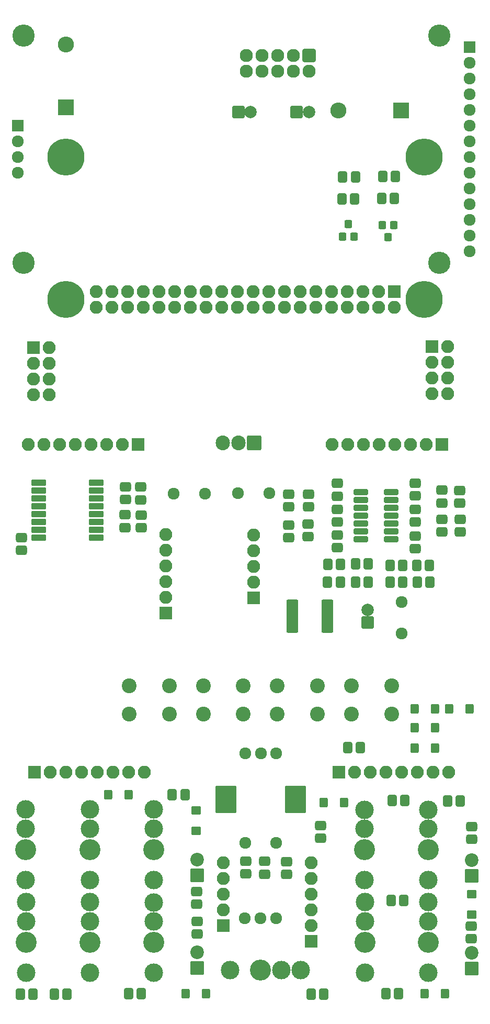
<source format=gbr>
%TF.GenerationSoftware,KiCad,Pcbnew,(5.99.0-9544-g366189b864)*%
%TF.CreationDate,2021-03-13T12:07:28+00:00*%
%TF.ProjectId,europi_main_v2,6575726f-7069-45f6-9d61-696e5f76322e,2.0*%
%TF.SameCoordinates,Original*%
%TF.FileFunction,Soldermask,Top*%
%TF.FilePolarity,Negative*%
%FSLAX46Y46*%
G04 Gerber Fmt 4.6, Leading zero omitted, Abs format (unit mm)*
G04 Created by KiCad (PCBNEW (5.99.0-9544-g366189b864)) date 2021-03-13 12:07:28*
%MOMM*%
%LPD*%
G01*
G04 APERTURE LIST*
G04 Aperture macros list*
%AMRoundRect*
0 Rectangle with rounded corners*
0 $1 Rounding radius*
0 $2 $3 $4 $5 $6 $7 $8 $9 X,Y pos of 4 corners*
0 Add a 4 corners polygon primitive as box body*
4,1,4,$2,$3,$4,$5,$6,$7,$8,$9,$2,$3,0*
0 Add four circle primitives for the rounded corners*
1,1,$1+$1,$2,$3*
1,1,$1+$1,$4,$5*
1,1,$1+$1,$6,$7*
1,1,$1+$1,$8,$9*
0 Add four rect primitives between the rounded corners*
20,1,$1+$1,$2,$3,$4,$5,0*
20,1,$1+$1,$4,$5,$6,$7,0*
20,1,$1+$1,$6,$7,$8,$9,0*
20,1,$1+$1,$8,$9,$2,$3,0*%
G04 Aperture macros list end*
%ADD10RoundRect,0.200000X-0.800000X-0.800000X0.800000X-0.800000X0.800000X0.800000X-0.800000X0.800000X0*%
%ADD11C,2.000000*%
%ADD12RoundRect,0.200000X0.800000X-0.800000X0.800000X0.800000X-0.800000X0.800000X-0.800000X-0.800000X0*%
%ADD13RoundRect,0.336957X0.563043X-0.438043X0.563043X0.438043X-0.563043X0.438043X-0.563043X-0.438043X0*%
%ADD14RoundRect,0.200000X1.100000X-1.100000X1.100000X1.100000X-1.100000X1.100000X-1.100000X-1.100000X0*%
%ADD15O,2.600000X2.600000*%
%ADD16RoundRect,0.200000X1.100000X1.100000X-1.100000X1.100000X-1.100000X-1.100000X1.100000X-1.100000X0*%
%ADD17RoundRect,0.200000X0.900000X-0.900000X0.900000X0.900000X-0.900000X0.900000X-0.900000X-0.900000X0*%
%ADD18C,2.200000*%
%ADD19RoundRect,0.200000X-0.450000X-0.600000X0.450000X-0.600000X0.450000X0.600000X-0.450000X0.600000X0*%
%ADD20RoundRect,0.200000X-0.600000X0.450000X-0.600000X-0.450000X0.600000X-0.450000X0.600000X0.450000X0*%
%ADD21RoundRect,0.200000X0.450000X0.600000X-0.450000X0.600000X-0.450000X-0.600000X0.450000X-0.600000X0*%
%ADD22RoundRect,0.200000X0.863600X0.863600X-0.863600X0.863600X-0.863600X-0.863600X0.863600X-0.863600X0*%
%ADD23O,2.127200X2.127200*%
%ADD24C,3.400000*%
%ADD25C,3.000000*%
%ADD26C,6.000000*%
%ADD27RoundRect,0.200000X-0.850000X0.850000X-0.850000X-0.850000X0.850000X-0.850000X0.850000X0.850000X0*%
%ADD28O,2.100000X2.100000*%
%ADD29RoundRect,0.200000X-0.400000X0.450000X-0.400000X-0.450000X0.400000X-0.450000X0.400000X0.450000X0*%
%ADD30RoundRect,0.200000X0.400000X-0.450000X0.400000X0.450000X-0.400000X0.450000X-0.400000X-0.450000X0*%
%ADD31RoundRect,0.336957X0.438043X0.563043X-0.438043X0.563043X-0.438043X-0.563043X0.438043X-0.563043X0*%
%ADD32RoundRect,0.336957X-0.438043X-0.563043X0.438043X-0.563043X0.438043X0.563043X-0.438043X0.563043X0*%
%ADD33RoundRect,0.336957X-0.563043X0.438043X-0.563043X-0.438043X0.563043X-0.438043X0.563043X0.438043X0*%
%ADD34C,1.924000*%
%ADD35RoundRect,0.200000X1.500000X2.000000X-1.500000X2.000000X-1.500000X-2.000000X1.500000X-2.000000X0*%
%ADD36C,2.400000*%
%ADD37RoundRect,0.250000X0.975000X0.250000X-0.975000X0.250000X-0.975000X-0.250000X0.975000X-0.250000X0*%
%ADD38RoundRect,0.200000X0.600000X-0.450000X0.600000X0.450000X-0.600000X0.450000X-0.600000X-0.450000X0*%
%ADD39RoundRect,0.250000X0.925000X0.250000X-0.925000X0.250000X-0.925000X-0.250000X0.925000X-0.250000X0*%
%ADD40RoundRect,0.200000X0.952500X1.000000X-0.952500X1.000000X-0.952500X-1.000000X0.952500X-1.000000X0*%
%ADD41O,2.305000X2.400000*%
%ADD42RoundRect,0.200000X-0.850000X-0.850000X0.850000X-0.850000X0.850000X0.850000X-0.850000X0.850000X0*%
%ADD43RoundRect,0.200000X0.737500X0.200000X-0.737500X0.200000X-0.737500X-0.200000X0.737500X-0.200000X0*%
%ADD44RoundRect,0.200000X0.850000X-0.850000X0.850000X0.850000X-0.850000X0.850000X-0.850000X-0.850000X0*%
%ADD45C,3.600000*%
%ADD46RoundRect,0.200000X0.762000X0.762000X-0.762000X0.762000X-0.762000X-0.762000X0.762000X-0.762000X0*%
G04 APERTURE END LIST*
D10*
%TO.C,C1*%
X62254888Y-33230000D03*
D11*
X64254888Y-33230000D03*
%TD*%
D10*
%TO.C,C2*%
X71700000Y-33230000D03*
D11*
X73700000Y-33230000D03*
%TD*%
D12*
%TO.C,C5*%
X83160000Y-115755113D03*
D11*
X83160000Y-113755113D03*
%TD*%
D13*
%TO.C,C11*%
X27150000Y-104125000D03*
X27150000Y-102075000D03*
%TD*%
D14*
%TO.C,D1*%
X34320000Y-32460000D03*
D15*
X34320000Y-22300000D03*
%TD*%
D16*
%TO.C,D2*%
X88580000Y-32940000D03*
D15*
X78420000Y-32940000D03*
%TD*%
D17*
%TO.C,D3*%
X55590000Y-156680000D03*
D18*
X55590000Y-154140000D03*
%TD*%
D17*
%TO.C,D4*%
X55590000Y-171680000D03*
D18*
X55590000Y-169140000D03*
%TD*%
D17*
%TO.C,D5*%
X100000000Y-156750000D03*
D18*
X100000000Y-154210000D03*
%TD*%
D17*
%TO.C,D6*%
X100000000Y-171750000D03*
D18*
X100000000Y-169210000D03*
%TD*%
D19*
%TO.C,D7*%
X90840000Y-136080000D03*
X94140000Y-136080000D03*
%TD*%
%TO.C,D8*%
X90850000Y-132750000D03*
X94150000Y-132750000D03*
%TD*%
%TO.C,D9*%
X90850000Y-129750000D03*
X94150000Y-129750000D03*
%TD*%
%TO.C,D10*%
X96370000Y-129780000D03*
X99670000Y-129780000D03*
%TD*%
%TO.C,D11*%
X41180000Y-143620000D03*
X44480000Y-143620000D03*
%TD*%
%TO.C,D12*%
X53700000Y-175780000D03*
X57000000Y-175780000D03*
%TD*%
D20*
%TO.C,D13*%
X100010000Y-159730000D03*
X100010000Y-163030000D03*
%TD*%
D21*
%TO.C,D14*%
X95700000Y-175820000D03*
X92400000Y-175820000D03*
%TD*%
D22*
%TO.C,Eurorack1*%
X73680000Y-24080000D03*
D23*
X73680000Y-26620000D03*
X71140000Y-24080000D03*
X71140000Y-26620000D03*
X68600000Y-24080000D03*
X68600000Y-26620000D03*
X66060000Y-24080000D03*
X66060000Y-26620000D03*
X63520000Y-24080000D03*
X63520000Y-26620000D03*
%TD*%
D24*
%TO.C,J1*%
X27850000Y-152500000D03*
D25*
X27850000Y-146020000D03*
X27850000Y-149120000D03*
X27850000Y-157420000D03*
%TD*%
D24*
%TO.C,J2*%
X38240000Y-152500000D03*
D25*
X38240000Y-146020000D03*
X38240000Y-149120000D03*
X38240000Y-157420000D03*
%TD*%
D24*
%TO.C,J3*%
X48580000Y-152500000D03*
D25*
X48580000Y-146020000D03*
X48580000Y-149120000D03*
X48580000Y-157420000D03*
%TD*%
D24*
%TO.C,J4*%
X48550000Y-167520000D03*
D25*
X48550000Y-161040000D03*
X48550000Y-164140000D03*
X48550000Y-172440000D03*
%TD*%
D24*
%TO.C,J5*%
X82670000Y-152530000D03*
D25*
X82670000Y-146050000D03*
X82670000Y-149150000D03*
X82670000Y-157450000D03*
%TD*%
D24*
%TO.C,J6*%
X82753200Y-167505900D03*
D25*
X82753200Y-161025900D03*
X82753200Y-164125900D03*
X82753200Y-172425900D03*
%TD*%
D24*
%TO.C,J7*%
X93000000Y-152530000D03*
D25*
X93000000Y-146050000D03*
X93000000Y-149150000D03*
X93000000Y-157450000D03*
%TD*%
D24*
%TO.C,J8*%
X93000000Y-167500000D03*
D25*
X93000000Y-161020000D03*
X93000000Y-164120000D03*
X93000000Y-172420000D03*
%TD*%
D26*
%TO.C,Pi1*%
X34355000Y-40515000D03*
X92355000Y-40515000D03*
X34355000Y-63515000D03*
X92355000Y-63515000D03*
D27*
X87485000Y-62245000D03*
D28*
X87485000Y-64785000D03*
X84945000Y-62245000D03*
X84945000Y-64785000D03*
X82405000Y-62245000D03*
X82405000Y-64785000D03*
X79865000Y-62245000D03*
X79865000Y-64785000D03*
X77325000Y-62245000D03*
X77325000Y-64785000D03*
X74785000Y-62245000D03*
X74785000Y-64785000D03*
X72245000Y-62245000D03*
X72245000Y-64785000D03*
X69705000Y-62245000D03*
X69705000Y-64785000D03*
X67165000Y-62245000D03*
X67165000Y-64785000D03*
X64625000Y-62245000D03*
X64625000Y-64785000D03*
X62085000Y-62245000D03*
X62085000Y-64785000D03*
X59545000Y-62245000D03*
X59545000Y-64785000D03*
X57005000Y-62245000D03*
X57005000Y-64785000D03*
X54465000Y-62245000D03*
X54465000Y-64785000D03*
X51925000Y-62245000D03*
X51925000Y-64785000D03*
X49385000Y-62245000D03*
X49385000Y-64785000D03*
X46845000Y-62245000D03*
X46845000Y-64785000D03*
X44305000Y-62245000D03*
X44305000Y-64785000D03*
X41765000Y-62245000D03*
X41765000Y-64785000D03*
X39225000Y-62245000D03*
X39225000Y-64785000D03*
%TD*%
D29*
%TO.C,Q1*%
X87460000Y-51480000D03*
X85560000Y-51480000D03*
X86510000Y-53480000D03*
%TD*%
D30*
%TO.C,Q2*%
X79120000Y-53370000D03*
X81020000Y-53370000D03*
X80070000Y-51370000D03*
%TD*%
D31*
%TO.C,R1*%
X87535000Y-47220000D03*
X85485000Y-47220000D03*
%TD*%
D32*
%TO.C,R2*%
X79155000Y-43730000D03*
X81205000Y-43730000D03*
%TD*%
D31*
%TO.C,R3*%
X87685000Y-43620000D03*
X85635000Y-43620000D03*
%TD*%
D32*
%TO.C,R4*%
X79045000Y-47290000D03*
X81095000Y-47290000D03*
%TD*%
D33*
%TO.C,R5*%
X46490000Y-98385000D03*
X46490000Y-100435000D03*
%TD*%
D13*
%TO.C,R6*%
X46460000Y-95925000D03*
X46460000Y-93875000D03*
%TD*%
D33*
%TO.C,R8*%
X43910000Y-98375000D03*
X43910000Y-100425000D03*
%TD*%
D13*
%TO.C,R12*%
X43950000Y-95905000D03*
X43950000Y-93855000D03*
%TD*%
D33*
%TO.C,R17*%
X55510000Y-159315000D03*
X55510000Y-161365000D03*
%TD*%
D13*
%TO.C,R18*%
X55570000Y-166175000D03*
X55570000Y-164125000D03*
%TD*%
%TO.C,R19*%
X100030000Y-150825000D03*
X100030000Y-148775000D03*
%TD*%
%TO.C,R20*%
X99940000Y-166905000D03*
X99940000Y-164855000D03*
%TD*%
D32*
%TO.C,R21*%
X51565000Y-143620000D03*
X53615000Y-143620000D03*
%TD*%
%TO.C,R22*%
X74035000Y-175870000D03*
X76085000Y-175870000D03*
%TD*%
D31*
%TO.C,R23*%
X89070000Y-160740000D03*
X87020000Y-160740000D03*
%TD*%
%TO.C,R24*%
X88225000Y-175820000D03*
X86175000Y-175820000D03*
%TD*%
%TO.C,R25*%
X82025000Y-136000000D03*
X79975000Y-136000000D03*
%TD*%
D32*
%TO.C,R26*%
X96125000Y-144650000D03*
X98175000Y-144650000D03*
%TD*%
%TO.C,R27*%
X32465000Y-175850000D03*
X34515000Y-175850000D03*
%TD*%
%TO.C,R28*%
X44460000Y-175780000D03*
X46510000Y-175780000D03*
%TD*%
%TO.C,R29*%
X87155000Y-144540000D03*
X89205000Y-144540000D03*
%TD*%
D33*
%TO.C,R30*%
X66510000Y-154415000D03*
X66510000Y-156465000D03*
%TD*%
D34*
%TO.C,SW1*%
X68400000Y-163580000D03*
X65860000Y-163580000D03*
X63320000Y-163580000D03*
%TD*%
D35*
%TO.C,SW3*%
X71485000Y-144425000D03*
X60285000Y-144425000D03*
D34*
X68385000Y-136925000D03*
X65885000Y-136925000D03*
X63385000Y-136925000D03*
X68385000Y-151425000D03*
X63385000Y-151425000D03*
%TD*%
D36*
%TO.C,SW4*%
X51080000Y-130550000D03*
X44580000Y-130550000D03*
X44580000Y-126050000D03*
X51080000Y-126050000D03*
%TD*%
%TO.C,SW5*%
X63080000Y-130550000D03*
X56580000Y-130550000D03*
X56580000Y-126050000D03*
X63080000Y-126050000D03*
%TD*%
%TO.C,SW6*%
X75080000Y-130550000D03*
X68580000Y-130550000D03*
X68580000Y-126050000D03*
X75080000Y-126050000D03*
%TD*%
%TO.C,SW7*%
X87080000Y-130550000D03*
X80580000Y-130550000D03*
X87080000Y-126050000D03*
X80580000Y-126050000D03*
%TD*%
D37*
%TO.C,PCF8574A1*%
X39260000Y-102055000D03*
X39260000Y-100785000D03*
X39260000Y-99515000D03*
X39260000Y-98245000D03*
X39260000Y-96975000D03*
X39260000Y-95705000D03*
X39260000Y-94435000D03*
X39260000Y-93165000D03*
X29960000Y-93165000D03*
X29960000Y-94435000D03*
X29960000Y-95705000D03*
X29960000Y-96975000D03*
X29960000Y-98245000D03*
X29960000Y-99515000D03*
X29960000Y-100785000D03*
X29960000Y-102055000D03*
%TD*%
D13*
%TO.C,C8*%
X90915000Y-95285000D03*
X90915000Y-93235000D03*
%TD*%
D33*
%TO.C,R32*%
X98105000Y-94425000D03*
X98105000Y-96475000D03*
%TD*%
D13*
%TO.C,R40*%
X70040000Y-156505000D03*
X70040000Y-154455000D03*
%TD*%
D24*
%TO.C,J16*%
X65850000Y-172000000D03*
D25*
X72330000Y-172000000D03*
X69230000Y-172000000D03*
X60930000Y-172000000D03*
%TD*%
D21*
%TO.C,D15*%
X79370000Y-144870000D03*
X76070000Y-144870000D03*
%TD*%
D32*
%TO.C,R37*%
X81200000Y-106320000D03*
X83250000Y-106320000D03*
%TD*%
D24*
%TO.C,J14*%
X38230000Y-167500000D03*
D25*
X38230000Y-161020000D03*
X38230000Y-164120000D03*
X38230000Y-172420000D03*
%TD*%
D33*
%TO.C,R14*%
X70395000Y-99990000D03*
X70395000Y-102040000D03*
%TD*%
D13*
%TO.C,C10*%
X78305000Y-103685000D03*
X78305000Y-101635000D03*
%TD*%
D38*
%TO.C,D16*%
X55390000Y-149480000D03*
X55390000Y-146180000D03*
%TD*%
D13*
%TO.C,R41*%
X75600000Y-150650000D03*
X75600000Y-148600000D03*
%TD*%
D39*
%TO.C,OPA4130*%
X87010000Y-102300000D03*
X87010000Y-101030000D03*
X87010000Y-99760000D03*
X87010000Y-98490000D03*
X87010000Y-97220000D03*
X87010000Y-95950000D03*
X87010000Y-94680000D03*
X82060000Y-94680000D03*
X82060000Y-95950000D03*
X82060000Y-97220000D03*
X82060000Y-98490000D03*
X82060000Y-99760000D03*
X82060000Y-101030000D03*
X82060000Y-102300000D03*
%TD*%
D32*
%TO.C,R31*%
X86790000Y-106560000D03*
X88840000Y-106560000D03*
%TD*%
%TO.C,R34*%
X76750000Y-106370000D03*
X78800000Y-106370000D03*
%TD*%
D13*
%TO.C,C12*%
X90915000Y-99535000D03*
X90915000Y-97485000D03*
%TD*%
%TO.C,C13*%
X78305000Y-99505000D03*
X78305000Y-97455000D03*
%TD*%
D34*
%TO.C,C4*%
X51800000Y-94940000D03*
X56880000Y-94940000D03*
%TD*%
%TO.C,C7*%
X88730000Y-117560000D03*
X88730000Y-112480000D03*
%TD*%
D33*
%TO.C,R33*%
X73605000Y-95050000D03*
X73605000Y-97100000D03*
%TD*%
D13*
%TO.C,R9*%
X95225000Y-96445000D03*
X95225000Y-94395000D03*
%TD*%
D33*
%TO.C,R10*%
X70395000Y-95035000D03*
X70395000Y-97085000D03*
%TD*%
D32*
%TO.C,R11*%
X76700000Y-109220000D03*
X78750000Y-109220000D03*
%TD*%
D33*
%TO.C,C6*%
X90915000Y-101785000D03*
X90915000Y-103835000D03*
%TD*%
%TO.C,R36*%
X73565000Y-99850000D03*
X73565000Y-101900000D03*
%TD*%
D34*
%TO.C,C3*%
X67280000Y-94870000D03*
X62200000Y-94870000D03*
%TD*%
D40*
%TO.C,LM7805*%
X64795400Y-86710400D03*
D41*
X62255400Y-86710400D03*
X59715400Y-86710400D03*
%TD*%
D24*
%TO.C,J13*%
X27890000Y-167500000D03*
D25*
X27890000Y-161020000D03*
X27890000Y-164120000D03*
X27890000Y-172420000D03*
%TD*%
D32*
%TO.C,R7*%
X86800000Y-109280000D03*
X88850000Y-109280000D03*
%TD*%
D13*
%TO.C,R35*%
X98175000Y-101140000D03*
X98175000Y-99090000D03*
%TD*%
D31*
%TO.C,R38*%
X93200000Y-106550000D03*
X91150000Y-106550000D03*
%TD*%
D32*
%TO.C,R39*%
X26955000Y-175850000D03*
X29005000Y-175850000D03*
%TD*%
D42*
%TO.C,J11*%
X93600000Y-71180000D03*
D28*
X96140000Y-71180000D03*
X93600000Y-73720000D03*
X96140000Y-73720000D03*
X93600000Y-76260000D03*
X96140000Y-76260000D03*
X93600000Y-78800000D03*
X96140000Y-78800000D03*
%TD*%
D13*
%TO.C,R42*%
X63440000Y-156425000D03*
X63440000Y-154375000D03*
%TD*%
%TO.C,C9*%
X78275000Y-95345000D03*
X78275000Y-93295000D03*
%TD*%
D31*
%TO.C,R16*%
X93280000Y-109280000D03*
X91230000Y-109280000D03*
%TD*%
D43*
%TO.C,DAC8574*%
X76692500Y-117055000D03*
X76692500Y-116405000D03*
X76692500Y-115755000D03*
X76692500Y-115105000D03*
X76692500Y-114455000D03*
X76692500Y-113805000D03*
X76692500Y-113155000D03*
X76692500Y-112505000D03*
X70967500Y-112505000D03*
X70967500Y-113155000D03*
X70967500Y-113805000D03*
X70967500Y-114455000D03*
X70967500Y-115105000D03*
X70967500Y-115755000D03*
X70967500Y-116405000D03*
X70967500Y-117055000D03*
%TD*%
D42*
%TO.C,J9*%
X29085800Y-71295400D03*
D28*
X31625800Y-71295400D03*
X29085800Y-73835400D03*
X31625800Y-73835400D03*
X29085800Y-76375400D03*
X31625800Y-76375400D03*
X29085800Y-78915400D03*
X31625800Y-78915400D03*
%TD*%
D32*
%TO.C,R15*%
X81200000Y-109270000D03*
X83250000Y-109270000D03*
%TD*%
D33*
%TO.C,R13*%
X95195000Y-99055000D03*
X95195000Y-101105000D03*
%TD*%
D44*
%TO.C,P3*%
X46000000Y-87000000D03*
D28*
X43460000Y-87000000D03*
X40920000Y-87000000D03*
X38380000Y-87000000D03*
X35840000Y-87000000D03*
X33300000Y-87000000D03*
X30760000Y-87000000D03*
X28220000Y-87000000D03*
%TD*%
D44*
%TO.C,P4*%
X95250000Y-87000000D03*
D28*
X92710000Y-87000000D03*
X90170000Y-87000000D03*
X87630000Y-87000000D03*
X85090000Y-87000000D03*
X82550000Y-87000000D03*
X80010000Y-87000000D03*
X77470000Y-87000000D03*
%TD*%
D27*
%TO.C,P6*%
X78500000Y-140000000D03*
D28*
X81040000Y-140000000D03*
X83580000Y-140000000D03*
X86120000Y-140000000D03*
X88660000Y-140000000D03*
X91200000Y-140000000D03*
X93740000Y-140000000D03*
X96280000Y-140000000D03*
%TD*%
D27*
%TO.C,P7*%
X29250000Y-140000000D03*
D28*
X31790000Y-140000000D03*
X34330000Y-140000000D03*
X36870000Y-140000000D03*
X39410000Y-140000000D03*
X41950000Y-140000000D03*
X44490000Y-140000000D03*
X47030000Y-140000000D03*
%TD*%
D42*
%TO.C,J17*%
X50500000Y-114280000D03*
D28*
X50500000Y-111740000D03*
X50500000Y-109200000D03*
X50500000Y-106660000D03*
X50500000Y-104120000D03*
X50500000Y-101580000D03*
%TD*%
D42*
%TO.C,J18*%
X64710000Y-111810000D03*
D28*
X64710000Y-109270000D03*
X64710000Y-106730000D03*
X64710000Y-104190000D03*
X64710000Y-101650000D03*
%TD*%
D45*
%TO.C,J10*%
X94780000Y-57570000D03*
X27520000Y-57570000D03*
X94780000Y-20850000D03*
X27520000Y-20850000D03*
D46*
X99700000Y-22700000D03*
D34*
X99700000Y-25240000D03*
X99700000Y-27780000D03*
X99700000Y-30320000D03*
X99700000Y-32860000D03*
X99700000Y-35400000D03*
X99700000Y-37940000D03*
X99700000Y-40480000D03*
X99700000Y-43020000D03*
X99700000Y-45560000D03*
X99700000Y-48100000D03*
X99700000Y-50640000D03*
X99700000Y-53180000D03*
X99700000Y-55720000D03*
D46*
X26520000Y-35400000D03*
D34*
X26520000Y-37940000D03*
X26520000Y-40480000D03*
X26520000Y-43020000D03*
%TD*%
D42*
%TO.C,J19*%
X74010000Y-167340000D03*
D28*
X74010000Y-164800000D03*
X74010000Y-162260000D03*
X74010000Y-159720000D03*
X74010000Y-157180000D03*
X74010000Y-154640000D03*
%TD*%
D42*
%TO.C,J20*%
X59790000Y-164825000D03*
D28*
X59790000Y-162285000D03*
X59790000Y-159745000D03*
X59790000Y-157205000D03*
X59790000Y-154665000D03*
%TD*%
M02*

</source>
